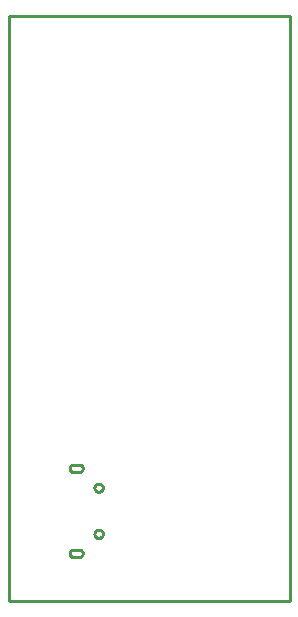
<source format=gbr>
G04 EAGLE Gerber X2 export*
%TF.Part,Single*%
%TF.FileFunction,Profile,NP*%
%TF.FilePolarity,Positive*%
%TF.GenerationSoftware,Autodesk,EAGLE,8.6.0*%
%TF.CreationDate,2018-01-31T11:55:17Z*%
G75*
%MOMM*%
%FSLAX34Y34*%
%LPD*%
%AMOC8*
5,1,8,0,0,1.08239X$1,22.5*%
G01*
%ADD10C,0.254000*%


D10*
X-12700Y317500D02*
X225300Y317500D01*
X225300Y812700D01*
X-12700Y812700D01*
X-12700Y317500D01*
X39000Y429700D02*
X38989Y429459D01*
X38998Y429219D01*
X39029Y428980D01*
X39080Y428744D01*
X39152Y428514D01*
X39243Y428292D01*
X39354Y428077D01*
X39483Y427874D01*
X39629Y427682D01*
X39791Y427504D01*
X39968Y427341D01*
X40159Y427193D01*
X40361Y427063D01*
X40575Y426951D01*
X40797Y426858D01*
X41026Y426785D01*
X41261Y426732D01*
X41500Y426700D01*
X47500Y426700D01*
X47739Y426732D01*
X47974Y426785D01*
X48203Y426858D01*
X48425Y426951D01*
X48639Y427063D01*
X48842Y427193D01*
X49032Y427341D01*
X49209Y427504D01*
X49371Y427682D01*
X49517Y427874D01*
X49646Y428077D01*
X49757Y428292D01*
X49848Y428514D01*
X49920Y428744D01*
X49971Y428980D01*
X50002Y429219D01*
X50011Y429459D01*
X50000Y429700D01*
X50011Y429941D01*
X50002Y430181D01*
X49971Y430420D01*
X49920Y430656D01*
X49848Y430886D01*
X49757Y431109D01*
X49646Y431323D01*
X49517Y431526D01*
X49371Y431718D01*
X49209Y431896D01*
X49032Y432059D01*
X48842Y432207D01*
X48639Y432337D01*
X48425Y432449D01*
X48203Y432542D01*
X47974Y432615D01*
X47739Y432668D01*
X47500Y432700D01*
X41500Y432700D01*
X41261Y432668D01*
X41026Y432615D01*
X40797Y432542D01*
X40575Y432449D01*
X40361Y432337D01*
X40159Y432207D01*
X39968Y432059D01*
X39791Y431896D01*
X39629Y431718D01*
X39483Y431526D01*
X39354Y431323D01*
X39243Y431109D01*
X39152Y430886D01*
X39080Y430656D01*
X39029Y430420D01*
X38998Y430181D01*
X38989Y429941D01*
X39000Y429700D01*
X39000Y357700D02*
X38989Y357459D01*
X38998Y357219D01*
X39029Y356980D01*
X39080Y356744D01*
X39152Y356514D01*
X39243Y356292D01*
X39354Y356077D01*
X39483Y355874D01*
X39629Y355682D01*
X39791Y355504D01*
X39968Y355341D01*
X40159Y355193D01*
X40361Y355063D01*
X40575Y354951D01*
X40797Y354858D01*
X41026Y354785D01*
X41261Y354732D01*
X41500Y354700D01*
X47500Y354700D01*
X47739Y354732D01*
X47974Y354785D01*
X48203Y354858D01*
X48425Y354951D01*
X48639Y355063D01*
X48842Y355193D01*
X49032Y355341D01*
X49209Y355504D01*
X49371Y355682D01*
X49517Y355874D01*
X49646Y356077D01*
X49757Y356292D01*
X49848Y356514D01*
X49920Y356744D01*
X49971Y356980D01*
X50002Y357219D01*
X50011Y357459D01*
X50000Y357700D01*
X50011Y357941D01*
X50002Y358181D01*
X49971Y358420D01*
X49920Y358656D01*
X49848Y358886D01*
X49757Y359109D01*
X49646Y359323D01*
X49517Y359526D01*
X49371Y359718D01*
X49209Y359896D01*
X49032Y360059D01*
X48842Y360207D01*
X48639Y360337D01*
X48425Y360449D01*
X48203Y360542D01*
X47974Y360615D01*
X47739Y360668D01*
X47500Y360700D01*
X41500Y360700D01*
X41261Y360668D01*
X41026Y360615D01*
X40797Y360542D01*
X40575Y360449D01*
X40361Y360337D01*
X40159Y360207D01*
X39968Y360059D01*
X39791Y359896D01*
X39629Y359718D01*
X39483Y359526D01*
X39354Y359323D01*
X39243Y359109D01*
X39152Y358886D01*
X39080Y358656D01*
X39029Y358420D01*
X38998Y358181D01*
X38989Y357941D01*
X39000Y357700D01*
X63271Y377700D02*
X62816Y377640D01*
X62373Y377521D01*
X61949Y377346D01*
X61551Y377116D01*
X61187Y376837D01*
X60863Y376513D01*
X60584Y376149D01*
X60354Y375751D01*
X60179Y375327D01*
X60060Y374884D01*
X60000Y374429D01*
X60000Y373971D01*
X60060Y373516D01*
X60179Y373073D01*
X60354Y372649D01*
X60584Y372251D01*
X60863Y371887D01*
X61187Y371563D01*
X61551Y371284D01*
X61949Y371054D01*
X62373Y370879D01*
X62816Y370760D01*
X63271Y370700D01*
X63729Y370700D01*
X64184Y370760D01*
X64627Y370879D01*
X65051Y371054D01*
X65449Y371284D01*
X65813Y371563D01*
X66137Y371887D01*
X66416Y372251D01*
X66646Y372649D01*
X66821Y373073D01*
X66940Y373516D01*
X67000Y373971D01*
X67000Y374429D01*
X66940Y374884D01*
X66821Y375327D01*
X66646Y375751D01*
X66416Y376149D01*
X66137Y376513D01*
X65813Y376837D01*
X65449Y377116D01*
X65051Y377346D01*
X64627Y377521D01*
X64184Y377640D01*
X63729Y377700D01*
X63271Y377700D01*
X63271Y416700D02*
X62816Y416640D01*
X62373Y416521D01*
X61949Y416346D01*
X61551Y416116D01*
X61187Y415837D01*
X60863Y415513D01*
X60584Y415149D01*
X60354Y414751D01*
X60179Y414327D01*
X60060Y413884D01*
X60000Y413429D01*
X60000Y412971D01*
X60060Y412516D01*
X60179Y412073D01*
X60354Y411649D01*
X60584Y411251D01*
X60863Y410887D01*
X61187Y410563D01*
X61551Y410284D01*
X61949Y410054D01*
X62373Y409879D01*
X62816Y409760D01*
X63271Y409700D01*
X63729Y409700D01*
X64184Y409760D01*
X64627Y409879D01*
X65051Y410054D01*
X65449Y410284D01*
X65813Y410563D01*
X66137Y410887D01*
X66416Y411251D01*
X66646Y411649D01*
X66821Y412073D01*
X66940Y412516D01*
X67000Y412971D01*
X67000Y413429D01*
X66940Y413884D01*
X66821Y414327D01*
X66646Y414751D01*
X66416Y415149D01*
X66137Y415513D01*
X65813Y415837D01*
X65449Y416116D01*
X65051Y416346D01*
X64627Y416521D01*
X64184Y416640D01*
X63729Y416700D01*
X63271Y416700D01*
M02*

</source>
